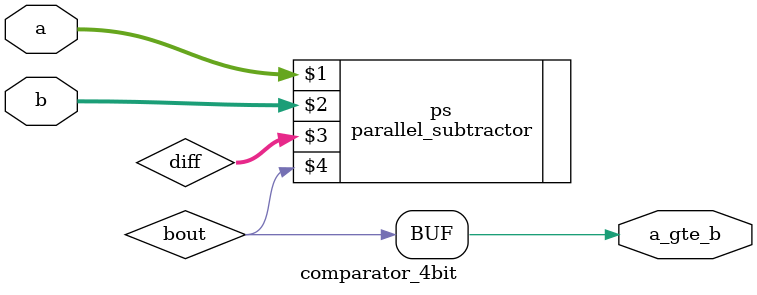
<source format=v>

`timescale 1ps / 1ps


module comparator_4bit (
    input wire [3:0] a,     // First number (A)
    input wire [3:0] b,     // Second number (B)
    output wire a_gte_b     // Output: 1 if A >= B, else 0
);

wire [3:0] diff;  // Difference result
wire bout;        // Borrow-out from subtraction

// Use the parallel subtractor to compute A - B
parallel_subtractor ps (a, b, diff, bout);

// If borrow-out (bout) is 0, then A >= B; otherwise, A < B
assign a_gte_b = bout;

endmodule


</source>
